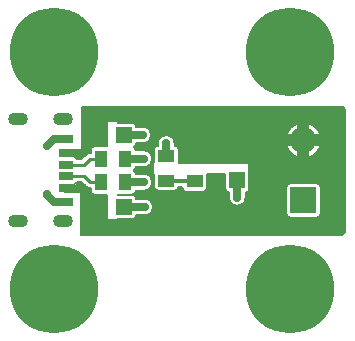
<source format=gtl>
G04 Layer: TopLayer*
G04 EasyEDA Pro v2.2.37.3, 2025-03-15 19:37:20*
G04 Gerber Generator version 0.3*
G04 Scale: 100 percent, Rotated: No, Reflected: No*
G04 Dimensions in millimeters*
G04 Leading zeros omitted, absolute positions, 4 integers and 5 decimals*
%FSLAX45Y45*%
%MOMM*%
%ADD10C,0.2032*%
%ADD11C,1.0*%
%ADD12R,1.41X1.35001*%
%ADD13R,1.35001X1.41*%
%ADD14R,2.2X2.2*%
%ADD15C,2.2*%
%ADD16R,1.39954X1.0*%
%ADD17C,7.5033*%
%ADD18C,7.5*%
%ADD19R,1.37701X1.13254*%
%ADD20R,1.13254X1.37701*%
%ADD21R,1.2X0.8*%
%ADD22R,1.2X0.7*%
%ADD23O,1.7X1.1*%
%ADD24C,0.61*%
%ADD25C,0.254*%
%ADD26C,0.7*%
%ADD27C,0.3*%
G75*


G04 Copper Start*
G36*
G01X590159Y1315157D02*
G01X590159Y1379183D01*
G01X662501Y1379183D01*
G01X672947Y1380741D01*
G01X682485Y1385278D01*
G01X690285Y1392400D01*
G01X695669Y1401487D01*
G01X729903Y1401487D01*
G01X765698Y1365693D01*
G01X775745Y1357983D01*
G01X787446Y1353136D01*
G01X800002Y1351483D01*
G01X807557Y1351483D01*
G01X807557Y1331147D01*
G01X809310Y1320080D01*
G01X814397Y1310096D01*
G01X822320Y1302173D01*
G01X832304Y1297086D01*
G01X843371Y1295333D01*
G01X944586Y1295333D01*
G01X944586Y1094640D01*
G01X945981Y1089433D01*
G01X949793Y1085621D01*
G01X955000Y1084226D01*
G01X1030120Y1084226D01*
G01X1033699Y1084860D01*
G01X1036842Y1086686D01*
G01X1160501Y1086686D01*
G01X1170935Y1088240D01*
G01X1180464Y1092766D01*
G01X1188260Y1099872D01*
G01X1193649Y1108941D01*
G01X1196161Y1119186D01*
G01X1266359Y1119186D01*
G01X1282117Y1120962D01*
G01X1297084Y1126199D01*
G01X1310511Y1134636D01*
G01X1321724Y1145849D01*
G01X1330160Y1159275D01*
G01X1335397Y1174243D01*
G01X1337173Y1190000D01*
G01X1335397Y1205758D01*
G01X1330160Y1220725D01*
G01X1321724Y1234152D01*
G01X1310511Y1245365D01*
G01X1297084Y1253802D01*
G01X1282117Y1259039D01*
G01X1266359Y1260814D01*
G01X1196161Y1260814D01*
G01X1193649Y1271060D01*
G01X1188260Y1280129D01*
G01X1180464Y1287235D01*
G01X1170935Y1291761D01*
G01X1160501Y1293315D01*
G01X1040534Y1293315D01*
G01X1040534Y1295445D01*
G01X1043371Y1295333D01*
G01X1156625Y1295333D01*
G01X1167317Y1296966D01*
G01X1177035Y1301718D01*
G01X1184890Y1309154D01*
G01X1190167Y1318596D01*
G01X1192385Y1329183D01*
G01X1259997Y1329183D01*
G01X1275755Y1330959D01*
G01X1290723Y1336196D01*
G01X1304149Y1344633D01*
G01X1315362Y1355845D01*
G01X1323799Y1369272D01*
G01X1329036Y1384240D01*
G01X1330811Y1399997D01*
G01X1329036Y1415755D01*
G01X1323799Y1430722D01*
G01X1315362Y1444149D01*
G01X1304149Y1455362D01*
G01X1290723Y1463798D01*
G01X1275755Y1469036D01*
G01X1259997Y1470811D01*
G01X1192385Y1470811D01*
G01X1189775Y1482402D01*
G01X1183516Y1492501D01*
G01X1174298Y1499997D01*
G01X1183516Y1507493D01*
G01X1189775Y1517592D01*
G01X1192385Y1529183D01*
G01X1259997Y1529183D01*
G01X1275755Y1530958D01*
G01X1290723Y1536196D01*
G01X1304149Y1544632D01*
G01X1313937Y1554420D01*
G01X1335316Y1554420D01*
G01X1335316Y1479880D01*
G01X1336513Y1475032D01*
G01X1339829Y1471299D01*
G01X1344502Y1469539D01*
G01X1344210Y1464972D01*
G01X1344210Y1364972D01*
G01X1345963Y1353905D01*
G01X1351050Y1343921D01*
G01X1358973Y1335998D01*
G01X1368957Y1330911D01*
G01X1380024Y1329158D01*
G01X1519978Y1329158D01*
G01X1530890Y1330861D01*
G01X1540765Y1335808D01*
G01X1548662Y1343528D01*
G01X1553832Y1353287D01*
G01X1555783Y1364158D01*
G01X1585336Y1364158D01*
G01X1585336Y1353374D01*
G01X1587089Y1342307D01*
G01X1592176Y1332323D01*
G01X1600099Y1324400D01*
G01X1610083Y1319313D01*
G01X1621150Y1317560D01*
G01X1758851Y1317560D01*
G01X1769918Y1319313D01*
G01X1779902Y1324400D01*
G01X1787825Y1332323D01*
G01X1792912Y1342307D01*
G01X1794665Y1353374D01*
G01X1794665Y1466628D01*
G01X1794553Y1469466D01*
G01X1946687Y1469466D01*
G01X1946687Y1469466D01*
G01X1946687Y1349501D01*
G01X1948240Y1339066D01*
G01X1952767Y1329537D01*
G01X1959873Y1321741D01*
G01X1968943Y1316352D01*
G01X1979189Y1313840D01*
G01X1979189Y1270882D01*
G01X1980964Y1255124D01*
G01X1986201Y1240157D01*
G01X1994638Y1226730D01*
G01X2005851Y1215517D01*
G01X2019277Y1207081D01*
G01X2034245Y1201843D01*
G01X2050003Y1200068D01*
G01X2065760Y1201843D01*
G01X2080728Y1207081D01*
G01X2094154Y1215517D01*
G01X2105367Y1226730D01*
G01X2113804Y1240157D01*
G01X2119041Y1255124D01*
G01X2120817Y1270882D01*
G01X2120817Y1313840D01*
G01X2131062Y1316353D01*
G01X2140131Y1321741D01*
G01X2147236Y1329538D01*
G01X2151762Y1339067D01*
G01X2153316Y1349501D01*
G01X2153316Y1356000D01*
G01X2464186Y1356000D01*
G01X2464186Y1136000D01*
G01X2465939Y1124933D01*
G01X2471026Y1114949D01*
G01X2478949Y1107026D01*
G01X2488933Y1101939D01*
G01X2500000Y1100186D01*
G01X2720000Y1100186D01*
G01X2731067Y1101939D01*
G01X2741051Y1107026D01*
G01X2748974Y1114949D01*
G01X2754061Y1124933D01*
G01X2755814Y1136000D01*
G01X2755814Y1356000D01*
G01X2755814Y1356000D01*
G01X2754061Y1367067D01*
G01X2748974Y1377051D01*
G01X2741051Y1384974D01*
G01X2731067Y1390061D01*
G01X2720000Y1391814D01*
G01X2500000Y1391814D01*
G01X2488933Y1390061D01*
G01X2478949Y1384974D01*
G01X2471026Y1377051D01*
G01X2465939Y1367067D01*
G01X2464186Y1356000D01*
G01X2153316Y1356000D01*
G01X2153316Y1490501D01*
G01X2152675Y1497247D01*
G01X2150774Y1503752D01*
G01X2150774Y1554420D01*
G01X2149379Y1559627D01*
G01X2145567Y1563439D01*
G01X2140360Y1564834D01*
G01X1554310Y1564834D01*
G01X1555792Y1575030D01*
G01X1555792Y1675030D01*
G01X1554039Y1686097D01*
G01X1548952Y1696081D01*
G01X1541029Y1704004D01*
G01X1531045Y1709091D01*
G01X1519978Y1710844D01*
G01X1519418Y1710844D01*
G01X1519418Y1729330D01*
G01X1517642Y1745087D01*
G01X1514524Y1754000D01*
G01X2459586Y1754000D01*
G01X2461438Y1730470D01*
G01X2466948Y1707520D01*
G01X2475981Y1685714D01*
G01X2488313Y1665589D01*
G01X2503642Y1647641D01*
G01X2521589Y1632313D01*
G01X2541714Y1619980D01*
G01X2563520Y1610948D01*
G01X2586470Y1605438D01*
G01X2610000Y1603586D01*
G01X2610000Y1603586D01*
G01X2633530Y1605438D01*
G01X2656481Y1610948D01*
G01X2678287Y1619980D01*
G01X2698411Y1632313D01*
G01X2716359Y1647641D01*
G01X2731687Y1665589D01*
G01X2744020Y1685714D01*
G01X2753052Y1707520D01*
G01X2758562Y1730470D01*
G01X2760414Y1754000D01*
G01X2758562Y1777530D01*
G01X2753052Y1800480D01*
G01X2744020Y1822286D01*
G01X2731687Y1842411D01*
G01X2716359Y1860359D01*
G01X2698411Y1875687D01*
G01X2678287Y1888020D01*
G01X2656481Y1897052D01*
G01X2633530Y1902562D01*
G01X2610000Y1904414D01*
G01X2586470Y1902562D01*
G01X2563520Y1897052D01*
G01X2541714Y1888020D01*
G01X2521589Y1875687D01*
G01X2503642Y1860359D01*
G01X2488313Y1842411D01*
G01X2475981Y1822286D01*
G01X2466948Y1800480D01*
G01X2461438Y1777530D01*
G01X2459586Y1754000D01*
G01X1514524Y1754000D01*
G01X1512405Y1760055D01*
G01X1503969Y1773481D01*
G01X1492756Y1784694D01*
G01X1479329Y1793131D01*
G01X1464362Y1798368D01*
G01X1448604Y1800144D01*
G01X1432846Y1798368D01*
G01X1417879Y1793131D01*
G01X1404452Y1784694D01*
G01X1393239Y1773481D01*
G01X1384803Y1760055D01*
G01X1379565Y1745087D01*
G01X1377790Y1729330D01*
G01X1377790Y1710774D01*
G01X1367270Y1708496D01*
G01X1357903Y1703195D01*
G01X1350533Y1695351D01*
G01X1345827Y1685671D01*
G01X1344210Y1675030D01*
G01X1344210Y1575030D01*
G01X1345692Y1564834D01*
G01X1340501Y1563426D01*
G01X1336705Y1559616D01*
G01X1335316Y1554420D01*
G01X1313937Y1554420D01*
G01X1315362Y1555845D01*
G01X1323799Y1569272D01*
G01X1329036Y1584239D01*
G01X1330811Y1599997D01*
G01X1329036Y1615754D01*
G01X1323799Y1630722D01*
G01X1315362Y1644149D01*
G01X1304149Y1655361D01*
G01X1290723Y1663798D01*
G01X1275755Y1669035D01*
G01X1259997Y1670811D01*
G01X1192385Y1670811D01*
G01X1189853Y1682208D01*
G01X1183790Y1692185D01*
G01X1174841Y1699683D01*
G01X1182978Y1704619D01*
G01X1189529Y1711524D01*
G01X1194029Y1719911D01*
G01X1196161Y1729187D01*
G01X1249998Y1729187D01*
G01X1265755Y1730962D01*
G01X1280723Y1736200D01*
G01X1294149Y1744636D01*
G01X1305362Y1755849D01*
G01X1313799Y1769276D01*
G01X1319036Y1784243D01*
G01X1320812Y1800001D01*
G01X1319036Y1815759D01*
G01X1313799Y1830726D01*
G01X1305362Y1844153D01*
G01X1294149Y1855366D01*
G01X1280723Y1863802D01*
G01X1265755Y1869040D01*
G01X1249998Y1870815D01*
G01X1196161Y1870815D01*
G01X1193649Y1881061D01*
G01X1188260Y1890130D01*
G01X1180464Y1897236D01*
G01X1170935Y1901762D01*
G01X1160501Y1903315D01*
G01X1040534Y1903315D01*
G01X1040534Y1905000D01*
G01X1039139Y1910207D01*
G01X1035327Y1914019D01*
G01X1030120Y1915414D01*
G01X955000Y1915414D01*
G01X949793Y1914019D01*
G01X945981Y1910207D01*
G01X944586Y1905000D01*
G01X944586Y1704661D01*
G01X843371Y1704661D01*
G01X832304Y1702908D01*
G01X822320Y1697821D01*
G01X814397Y1689898D01*
G01X809310Y1679914D01*
G01X807557Y1668847D01*
G01X807557Y1648511D01*
G01X799995Y1648511D01*
G01X787438Y1646858D01*
G01X775738Y1642011D01*
G01X765690Y1634301D01*
G01X729903Y1598515D01*
G01X695665Y1598515D01*
G01X690281Y1607599D01*
G01X682482Y1614719D01*
G01X672945Y1619254D01*
G01X662501Y1620811D01*
G01X590159Y1620811D01*
G01X590159Y1669837D01*
G01X724950Y1669837D01*
G01X730030Y1671198D01*
G01X733749Y1674917D01*
G01X735110Y1679997D01*
G01X735110Y2034836D01*
G01X2941581Y2034836D01*
G01X2964186Y2012230D01*
G01X2964186Y981010D01*
G01X2935791Y952615D01*
G01X730159Y952615D01*
G01X730159Y1304997D01*
G01X728797Y1310077D01*
G01X725079Y1313796D01*
G01X719999Y1315157D01*
G01X590159Y1315157D01*
G37*
G54D10*
G01X590159Y1315157D02*
G01X590159Y1379183D01*
G01X662501Y1379183D01*
G03X695669Y1401487I0J35814D01*
G01X729903Y1401487D01*
G01X765698Y1365693D01*
G03X800002Y1351483I34305J34305D01*
G01X807557Y1351483D01*
G01X807557Y1331147D01*
G03X843371Y1295333I35814J0D01*
G01X944586Y1295333D01*
G01X944586Y1094640D01*
G03X955000Y1084226I10414J0D01*
G01X1030120Y1084226D01*
G03X1036842Y1086686I0J10414D01*
G01X1160501Y1086686D01*
G03X1196161Y1119186I0J35814D01*
G01X1266359Y1119186D01*
G03X1266359Y1260814I0J70814D01*
G01X1196161Y1260814D01*
G03X1160501Y1293315I-35660J-3313D01*
G01X1040534Y1293315D01*
G01X1040534Y1295445D01*
G03X1043371Y1295333I2837J35701D01*
G01X1156625Y1295333D01*
G03X1192385Y1329183I0J35814D01*
G01X1259997Y1329183D01*
G03X1259997Y1470811I0J70814D01*
G01X1192385Y1470811D01*
G03X1174298Y1499997I-35760J-1963D01*
G03X1192385Y1529183I-17674J31149D01*
G01X1259997Y1529183D01*
G03X1259997Y1670811I0J70814D01*
G01X1192385Y1670811D01*
G03X1174841Y1699683I-35760J-1963D01*
G03X1196161Y1729187I-14340J32818D01*
G01X1249998Y1729187D01*
G03X1249998Y1870815I0J70814D01*
G01X1196161Y1870815D01*
G03X1160501Y1903315I-35660J-3313D01*
G01X1040534Y1903315D01*
G01X1040534Y1905000D01*
G03X1030120Y1915414I-10414J0D01*
G01X955000Y1915414D01*
G03X944586Y1905000I0J-10414D01*
G01X944586Y1704661D01*
G01X843371Y1704661D01*
G03X807557Y1668847I0J-35814D01*
G01X807557Y1648511D01*
G01X799995Y1648511D01*
G03X765690Y1634301I0J-48514D01*
G01X729903Y1598515D01*
G01X695665Y1598515D01*
G03X662501Y1620811I-33165J-13518D01*
G01X590159Y1620811D01*
G01X590159Y1669837D01*
G01X724950Y1669837D01*
G03X735110Y1679997I0J10160D01*
G01X735110Y2034836D01*
G01X2941581Y2034836D01*
G01X2964186Y2012230D01*
G01X2964186Y981010D01*
G01X2935791Y952615D01*
G01X730159Y952615D01*
G01X730159Y1304997D01*
G03X719999Y1315157I-10160J0D01*
G01X590159Y1315157D01*
G01X1946687Y1469466D02*
G01X1946687Y1349501D01*
G03X1979189Y1313840I35814J0D01*
G01X1979189Y1270882D01*
G03X2120817Y1270882I70814J0D01*
G01X2120817Y1313840D01*
G03X2153316Y1349501I-3315J35660D01*
G01X2153316Y1490501D01*
G03X2150774Y1503752I-35814J0D01*
G01X2150774Y1554420D01*
G03X2140360Y1564834I-10414J0D01*
G01X1554310Y1564834D01*
G03X1555792Y1575030I-34332J10196D01*
G01X1555792Y1675030D01*
G03X1519978Y1710844I-35814J0D01*
G01X1519418Y1710844D01*
G01X1519418Y1729330D01*
G03X1377790Y1729330I-70814J0D01*
G01X1377790Y1710774D01*
G03X1344210Y1675030I2234J-35744D01*
G01X1344210Y1575030D01*
G03X1345692Y1564834I35814J0D01*
G03X1335316Y1554420I38J-10414D01*
G01X1335316Y1479880D01*
G03X1344502Y1469539I10414J0D01*
G03X1344210Y1464972I35522J-4567D01*
G01X1344210Y1364972D01*
G03X1380024Y1329158I35814J0D01*
G01X1519978Y1329158D01*
G03X1555783Y1364158I0J35814D01*
G01X1585336Y1364158D01*
G01X1585336Y1353374D01*
G03X1621150Y1317560I35814J0D01*
G01X1758851Y1317560D01*
G03X1794665Y1353374I0J35814D01*
G01X1794665Y1466628D01*
G03X1794553Y1469466I-35814J0D01*
G01X1946687Y1469466D01*
G01X2610000Y1603586D02*
G03X2610000Y1904414I0J150414D01*
G03X2610000Y1603586I0J-150414D01*
G01X2755814Y1356000D02*
G03X2720000Y1391814I-35814J0D01*
G01X2500000Y1391814D01*
G03X2464186Y1356000I0J-35814D01*
G01X2464186Y1136000D01*
G03X2500000Y1100186I35814J0D01*
G01X2720000Y1100186D01*
G03X2755814Y1136000I0J35814D01*
G01X2755814Y1356000D01*
G54D11*
G01X2610000Y1644254D02*
G01X2610000Y1613746D01*
G01X2610000Y1863746D02*
G01X2610000Y1894254D01*
G01X2500254Y1754000D02*
G01X2469746Y1754000D01*
G01X2719746Y1754000D02*
G01X2750254Y1754000D01*
G04 Copper End*

G04 Pad Start*
G54D12*
G01X890001Y1800001D03*
G01X1090000Y1800001D03*
G01X890001Y1190000D03*
G01X1090000Y1190000D03*
G54D13*
G01X2050001Y1620001D03*
G01X2050001Y1420001D03*
G54D14*
G01X2610000Y1246000D03*
G54D15*
G01X2610000Y1754000D03*
G54D16*
G01X1450001Y1625030D03*
G01X1450001Y1414972D03*
G54D18*
G01X500000Y500000D03*
G01X2500000Y500000D03*
G01X2500000Y2500000D03*
G01X500000Y2500000D03*
G54D19*
G01X1690001Y1610001D03*
G01X1690001Y1410001D03*
G54D20*
G01X899998Y1399997D03*
G01X1099998Y1399997D03*
G01X899998Y1599997D03*
G01X1099998Y1599997D03*
G54D21*
G01X602501Y1769986D03*
G54D22*
G01X602501Y1649997D03*
G01X602501Y1549997D03*
G01X602501Y1449997D03*
G01X602501Y1349997D03*
G54D21*
G01X602501Y1230008D03*
G54D23*
G01X197498Y1068007D03*
G01X197498Y1931988D03*
G01X577507Y1068007D03*
G01X577507Y1931988D03*
G04 Pad End*

G04 Via Start*
G54D24*
G01X1249998Y1800001D03*
G01X1266359Y1190000D03*
G01X1448604Y1729330D03*
G01X2050003Y1270882D03*
G01X440004Y1299997D03*
G01X499999Y1230008D03*
G01X440004Y1709992D03*
G01X499999Y1769986D03*
G01X1259997Y1599997D03*
G01X1259997Y1399997D03*
G04 Via End*

G04 Track Start*
G54D25*
G01X602502Y1550001D02*
G01X749999Y1550001D01*
G01X799995Y1599997D01*
G01X899998Y1599997D01*
G01X602502Y1450001D02*
G01X749999Y1450001D01*
G01X800002Y1399997D01*
G01X899998Y1399997D01*
G54D26*
G01X1090000Y1800001D02*
G01X1249998Y1800001D01*
G01X1106362Y1190000D02*
G01X1266359Y1190000D01*
G01X1448604Y1619332D02*
G01X1448604Y1729330D01*
G01X2050003Y1430879D02*
G01X2050003Y1270882D01*
G01X499999Y1230008D02*
G01X440004Y1290003D01*
G01X602501Y1230008D02*
G01X499999Y1230008D01*
G01X440004Y1290003D02*
G01X440004Y1299997D01*
G01X602501Y1769986D02*
G01X499999Y1769986D01*
G01X440004Y1709992D01*
G54D27*
G01X1450001Y1414972D02*
G01X1685030Y1414972D01*
G01X1690001Y1410001D01*
G54D26*
G01X1259997Y1599997D02*
G01X1099998Y1599997D01*
G01X1099998Y1399997D02*
G01X1259997Y1399997D01*
G04 Track End*

M02*


</source>
